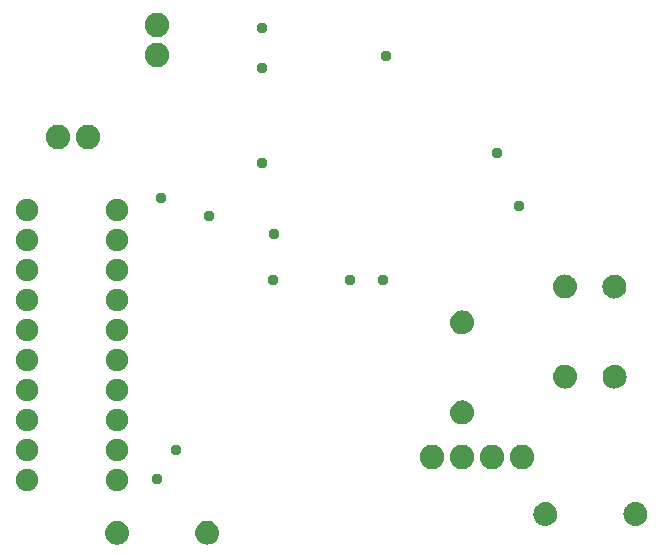
<source format=gbr>
G04 EAGLE Gerber RS-274X export*
G75*
%MOMM*%
%FSLAX34Y34*%
%LPD*%
%INSoldermask Bottom*%
%IPPOS*%
%AMOC8*
5,1,8,0,0,1.08239X$1,22.5*%
G01*
%ADD10C,2.082800*%
%ADD11C,1.908300*%
%ADD12C,0.959600*%

G36*
X623085Y72559D02*
X623085Y72559D01*
X623128Y72571D01*
X623194Y72580D01*
X624811Y73034D01*
X624852Y73053D01*
X624880Y73062D01*
X624890Y73064D01*
X624894Y73066D01*
X624915Y73073D01*
X626429Y73801D01*
X626465Y73827D01*
X626524Y73857D01*
X627889Y74838D01*
X627920Y74870D01*
X627973Y74910D01*
X629147Y76112D01*
X629172Y76149D01*
X629217Y76197D01*
X630164Y77585D01*
X630182Y77626D01*
X630218Y77682D01*
X630910Y79213D01*
X630921Y79256D01*
X630947Y79317D01*
X631362Y80946D01*
X631365Y80990D01*
X631380Y81055D01*
X631506Y82730D01*
X631502Y82777D01*
X631504Y82849D01*
X631299Y84685D01*
X631285Y84731D01*
X631273Y84806D01*
X630713Y86567D01*
X630690Y86609D01*
X630664Y86681D01*
X629771Y88298D01*
X629741Y88336D01*
X629701Y88401D01*
X628510Y89813D01*
X628473Y89844D01*
X628421Y89900D01*
X626977Y91053D01*
X626935Y91076D01*
X626873Y91120D01*
X625232Y91969D01*
X625186Y91984D01*
X625117Y92015D01*
X623342Y92528D01*
X623294Y92533D01*
X623219Y92551D01*
X621379Y92707D01*
X621335Y92703D01*
X621270Y92707D01*
X619439Y92547D01*
X619393Y92534D01*
X619317Y92524D01*
X617553Y92010D01*
X617509Y91989D01*
X617437Y91964D01*
X615807Y91115D01*
X615769Y91086D01*
X615703Y91047D01*
X614270Y89897D01*
X614238Y89861D01*
X614181Y89810D01*
X613000Y88402D01*
X612976Y88361D01*
X612930Y88300D01*
X612720Y87918D01*
X612046Y86688D01*
X612031Y86643D01*
X611997Y86574D01*
X611445Y84821D01*
X611439Y84774D01*
X611419Y84700D01*
X611220Y82873D01*
X611223Y82827D01*
X611217Y82758D01*
X611340Y81082D01*
X611351Y81039D01*
X611357Y80973D01*
X611769Y79343D01*
X611787Y79303D01*
X611805Y79239D01*
X612493Y77706D01*
X612518Y77669D01*
X612547Y77609D01*
X613491Y76219D01*
X613522Y76187D01*
X613560Y76133D01*
X614731Y74927D01*
X614768Y74901D01*
X614815Y74855D01*
X616177Y73871D01*
X616218Y73852D01*
X616272Y73815D01*
X617785Y73082D01*
X617828Y73070D01*
X617839Y73065D01*
X617866Y73052D01*
X617871Y73051D01*
X617888Y73043D01*
X619505Y72585D01*
X619550Y72580D01*
X619614Y72564D01*
X621286Y72393D01*
X621334Y72397D01*
X621413Y72393D01*
X623085Y72559D01*
G37*
G36*
X546809Y72483D02*
X546809Y72483D01*
X546852Y72495D01*
X546918Y72504D01*
X548535Y72958D01*
X548576Y72977D01*
X548604Y72986D01*
X548614Y72988D01*
X548618Y72990D01*
X548639Y72997D01*
X550153Y73725D01*
X550189Y73751D01*
X550248Y73781D01*
X551613Y74762D01*
X551644Y74794D01*
X551697Y74834D01*
X552871Y76036D01*
X552896Y76073D01*
X552941Y76121D01*
X553888Y77509D01*
X553906Y77550D01*
X553942Y77606D01*
X554634Y79137D01*
X554645Y79180D01*
X554671Y79241D01*
X555086Y80870D01*
X555089Y80914D01*
X555104Y80979D01*
X555230Y82654D01*
X555226Y82701D01*
X555228Y82773D01*
X555023Y84609D01*
X555009Y84655D01*
X554997Y84730D01*
X554437Y86491D01*
X554414Y86533D01*
X554388Y86605D01*
X553495Y88222D01*
X553465Y88260D01*
X553425Y88325D01*
X552234Y89737D01*
X552197Y89768D01*
X552145Y89824D01*
X550701Y90977D01*
X550659Y91000D01*
X550597Y91044D01*
X548956Y91893D01*
X548910Y91908D01*
X548841Y91939D01*
X547066Y92452D01*
X547018Y92457D01*
X546943Y92475D01*
X545103Y92631D01*
X545059Y92627D01*
X544994Y92631D01*
X543163Y92471D01*
X543117Y92458D01*
X543041Y92448D01*
X541277Y91934D01*
X541233Y91913D01*
X541161Y91888D01*
X539531Y91039D01*
X539493Y91010D01*
X539427Y90971D01*
X537994Y89821D01*
X537962Y89785D01*
X537905Y89734D01*
X536724Y88326D01*
X536700Y88285D01*
X536654Y88224D01*
X536444Y87842D01*
X535770Y86612D01*
X535755Y86567D01*
X535721Y86498D01*
X535169Y84745D01*
X535163Y84698D01*
X535143Y84624D01*
X534944Y82797D01*
X534947Y82751D01*
X534941Y82682D01*
X535064Y81006D01*
X535075Y80963D01*
X535081Y80897D01*
X535493Y79267D01*
X535511Y79227D01*
X535529Y79163D01*
X536217Y77630D01*
X536242Y77593D01*
X536271Y77533D01*
X537215Y76143D01*
X537246Y76111D01*
X537284Y76057D01*
X538455Y74851D01*
X538492Y74825D01*
X538539Y74779D01*
X539901Y73795D01*
X539942Y73776D01*
X539996Y73739D01*
X541509Y73006D01*
X541552Y72994D01*
X541563Y72989D01*
X541590Y72976D01*
X541595Y72975D01*
X541612Y72967D01*
X543229Y72509D01*
X543274Y72504D01*
X543338Y72488D01*
X545010Y72317D01*
X545058Y72321D01*
X545137Y72317D01*
X546809Y72483D01*
G37*
G36*
X182515Y56647D02*
X182515Y56647D01*
X182580Y56643D01*
X184411Y56803D01*
X184457Y56816D01*
X184533Y56826D01*
X186297Y57340D01*
X186341Y57361D01*
X186413Y57386D01*
X188043Y58235D01*
X188081Y58264D01*
X188147Y58303D01*
X189580Y59453D01*
X189612Y59489D01*
X189669Y59540D01*
X190850Y60948D01*
X190874Y60989D01*
X190920Y61050D01*
X191117Y61408D01*
X191117Y61409D01*
X191804Y62662D01*
X191819Y62707D01*
X191853Y62776D01*
X192405Y64529D01*
X192411Y64576D01*
X192431Y64650D01*
X192631Y66477D01*
X192627Y66523D01*
X192633Y66592D01*
X192510Y68268D01*
X192499Y68311D01*
X192493Y68377D01*
X192082Y70007D01*
X192063Y70047D01*
X192045Y70111D01*
X191357Y71644D01*
X191332Y71681D01*
X191303Y71741D01*
X190359Y73131D01*
X190328Y73163D01*
X190290Y73217D01*
X189119Y74423D01*
X189083Y74449D01*
X189035Y74495D01*
X187673Y75479D01*
X187632Y75498D01*
X187578Y75535D01*
X186065Y76268D01*
X186022Y76280D01*
X185962Y76307D01*
X184345Y76765D01*
X184300Y76770D01*
X184236Y76786D01*
X182564Y76957D01*
X182516Y76953D01*
X182437Y76957D01*
X180765Y76791D01*
X180722Y76779D01*
X180657Y76770D01*
X179039Y76316D01*
X178998Y76297D01*
X178935Y76277D01*
X177421Y75549D01*
X177385Y75523D01*
X177326Y75493D01*
X175961Y74512D01*
X175930Y74480D01*
X175877Y74440D01*
X174703Y73238D01*
X174678Y73201D01*
X174633Y73153D01*
X173686Y71765D01*
X173668Y71724D01*
X173632Y71668D01*
X172940Y70137D01*
X172929Y70094D01*
X172903Y70033D01*
X172488Y68404D01*
X172485Y68360D01*
X172470Y68295D01*
X172344Y66620D01*
X172348Y66573D01*
X172346Y66501D01*
X172551Y64666D01*
X172565Y64619D01*
X172577Y64544D01*
X173137Y62783D01*
X173160Y62741D01*
X173186Y62669D01*
X174079Y61052D01*
X174109Y61014D01*
X174149Y60949D01*
X175340Y59537D01*
X175377Y59506D01*
X175429Y59450D01*
X176873Y58297D01*
X176915Y58275D01*
X176977Y58230D01*
X178618Y57381D01*
X178664Y57367D01*
X178733Y57335D01*
X180508Y56822D01*
X180556Y56817D01*
X180631Y56800D01*
X182471Y56643D01*
X182515Y56647D01*
G37*
G36*
X561851Y265124D02*
X561851Y265124D01*
X561923Y265122D01*
X563759Y265327D01*
X563805Y265341D01*
X563880Y265353D01*
X565641Y265913D01*
X565683Y265936D01*
X565755Y265962D01*
X567372Y266855D01*
X567410Y266885D01*
X567475Y266925D01*
X568887Y268116D01*
X568918Y268153D01*
X568974Y268205D01*
X570127Y269649D01*
X570150Y269691D01*
X570194Y269753D01*
X571043Y271394D01*
X571058Y271440D01*
X571089Y271509D01*
X571602Y273284D01*
X571607Y273332D01*
X571625Y273407D01*
X571781Y275247D01*
X571777Y275291D01*
X571781Y275356D01*
X571621Y277187D01*
X571608Y277233D01*
X571598Y277309D01*
X571084Y279073D01*
X571063Y279117D01*
X571038Y279189D01*
X570189Y280819D01*
X570160Y280857D01*
X570121Y280923D01*
X568971Y282356D01*
X568935Y282388D01*
X568884Y282445D01*
X567476Y283626D01*
X567435Y283650D01*
X567374Y283696D01*
X565762Y284580D01*
X565717Y284595D01*
X565648Y284629D01*
X563895Y285181D01*
X563848Y285187D01*
X563774Y285207D01*
X561947Y285407D01*
X561901Y285403D01*
X561832Y285409D01*
X560156Y285286D01*
X560113Y285275D01*
X560047Y285269D01*
X558417Y284858D01*
X558377Y284839D01*
X558313Y284821D01*
X556780Y284133D01*
X556743Y284108D01*
X556683Y284079D01*
X555293Y283135D01*
X555261Y283104D01*
X555207Y283066D01*
X554001Y281895D01*
X553975Y281859D01*
X553929Y281811D01*
X552945Y280449D01*
X552926Y280408D01*
X552889Y280354D01*
X552156Y278841D01*
X552144Y278798D01*
X552117Y278738D01*
X551659Y277121D01*
X551654Y277076D01*
X551638Y277012D01*
X551467Y275340D01*
X551471Y275292D01*
X551467Y275213D01*
X551633Y273541D01*
X551645Y273498D01*
X551654Y273433D01*
X552108Y271815D01*
X552127Y271774D01*
X552147Y271711D01*
X552875Y270197D01*
X552901Y270161D01*
X552931Y270102D01*
X553912Y268737D01*
X553944Y268706D01*
X553984Y268653D01*
X555186Y267479D01*
X555223Y267454D01*
X555271Y267409D01*
X556659Y266462D01*
X556700Y266444D01*
X556756Y266408D01*
X558287Y265716D01*
X558330Y265705D01*
X558391Y265679D01*
X560020Y265264D01*
X560064Y265261D01*
X560129Y265246D01*
X561804Y265120D01*
X561851Y265124D01*
G37*
G36*
X474851Y234724D02*
X474851Y234724D01*
X474923Y234722D01*
X476759Y234927D01*
X476805Y234941D01*
X476880Y234953D01*
X478641Y235513D01*
X478683Y235536D01*
X478755Y235562D01*
X480372Y236455D01*
X480410Y236485D01*
X480475Y236525D01*
X481887Y237716D01*
X481918Y237753D01*
X481974Y237805D01*
X483127Y239249D01*
X483150Y239291D01*
X483194Y239353D01*
X484043Y240994D01*
X484058Y241040D01*
X484089Y241109D01*
X484602Y242884D01*
X484607Y242932D01*
X484625Y243007D01*
X484781Y244847D01*
X484777Y244891D01*
X484781Y244956D01*
X484621Y246787D01*
X484608Y246833D01*
X484598Y246909D01*
X484084Y248673D01*
X484063Y248717D01*
X484038Y248789D01*
X483189Y250419D01*
X483160Y250457D01*
X483121Y250523D01*
X481971Y251956D01*
X481935Y251988D01*
X481884Y252045D01*
X480476Y253226D01*
X480435Y253250D01*
X480374Y253296D01*
X478762Y254180D01*
X478717Y254195D01*
X478648Y254229D01*
X476895Y254781D01*
X476848Y254787D01*
X476774Y254807D01*
X474947Y255007D01*
X474901Y255003D01*
X474832Y255009D01*
X473156Y254886D01*
X473113Y254875D01*
X473047Y254869D01*
X471417Y254458D01*
X471377Y254439D01*
X471313Y254421D01*
X469780Y253733D01*
X469743Y253708D01*
X469683Y253679D01*
X468293Y252735D01*
X468261Y252704D01*
X468207Y252666D01*
X467001Y251495D01*
X466975Y251459D01*
X466929Y251411D01*
X465945Y250049D01*
X465926Y250008D01*
X465889Y249954D01*
X465156Y248441D01*
X465144Y248398D01*
X465117Y248338D01*
X464659Y246721D01*
X464654Y246676D01*
X464638Y246612D01*
X464467Y244940D01*
X464471Y244892D01*
X464467Y244813D01*
X464633Y243141D01*
X464645Y243098D01*
X464654Y243033D01*
X465108Y241415D01*
X465127Y241374D01*
X465147Y241311D01*
X465875Y239797D01*
X465901Y239761D01*
X465931Y239702D01*
X466912Y238337D01*
X466944Y238306D01*
X466984Y238253D01*
X468186Y237079D01*
X468223Y237054D01*
X468271Y237009D01*
X469659Y236062D01*
X469700Y236044D01*
X469756Y236008D01*
X471287Y235316D01*
X471330Y235305D01*
X471391Y235279D01*
X473020Y234864D01*
X473064Y234861D01*
X473129Y234846D01*
X474804Y234720D01*
X474851Y234724D01*
G37*
G36*
X561927Y188848D02*
X561927Y188848D01*
X561999Y188846D01*
X563835Y189051D01*
X563881Y189065D01*
X563956Y189077D01*
X565717Y189637D01*
X565759Y189660D01*
X565831Y189686D01*
X567448Y190579D01*
X567486Y190609D01*
X567551Y190649D01*
X568963Y191840D01*
X568994Y191877D01*
X569050Y191929D01*
X570203Y193373D01*
X570226Y193415D01*
X570270Y193477D01*
X571119Y195118D01*
X571134Y195164D01*
X571165Y195233D01*
X571678Y197008D01*
X571683Y197056D01*
X571701Y197131D01*
X571857Y198971D01*
X571853Y199015D01*
X571857Y199080D01*
X571697Y200911D01*
X571684Y200957D01*
X571674Y201033D01*
X571160Y202797D01*
X571139Y202841D01*
X571114Y202913D01*
X570265Y204543D01*
X570236Y204581D01*
X570197Y204647D01*
X569047Y206080D01*
X569011Y206112D01*
X568960Y206169D01*
X567552Y207350D01*
X567511Y207374D01*
X567450Y207420D01*
X565838Y208304D01*
X565793Y208319D01*
X565724Y208353D01*
X563971Y208905D01*
X563924Y208911D01*
X563850Y208931D01*
X562023Y209131D01*
X561977Y209127D01*
X561908Y209133D01*
X560232Y209010D01*
X560189Y208999D01*
X560123Y208993D01*
X558493Y208582D01*
X558453Y208563D01*
X558389Y208545D01*
X556856Y207857D01*
X556819Y207832D01*
X556759Y207803D01*
X555369Y206859D01*
X555337Y206828D01*
X555283Y206790D01*
X554077Y205619D01*
X554051Y205583D01*
X554005Y205535D01*
X553021Y204173D01*
X553002Y204132D01*
X552965Y204078D01*
X552232Y202565D01*
X552220Y202522D01*
X552193Y202462D01*
X551735Y200845D01*
X551730Y200800D01*
X551714Y200736D01*
X551543Y199064D01*
X551547Y199016D01*
X551543Y198937D01*
X551709Y197265D01*
X551721Y197222D01*
X551730Y197157D01*
X552184Y195539D01*
X552203Y195498D01*
X552223Y195435D01*
X552951Y193921D01*
X552977Y193885D01*
X553007Y193826D01*
X553988Y192461D01*
X554020Y192430D01*
X554060Y192377D01*
X555262Y191203D01*
X555299Y191178D01*
X555347Y191133D01*
X556735Y190186D01*
X556776Y190168D01*
X556832Y190132D01*
X558363Y189440D01*
X558406Y189429D01*
X558467Y189403D01*
X560096Y188988D01*
X560140Y188985D01*
X560205Y188970D01*
X561880Y188844D01*
X561927Y188848D01*
G37*
G36*
X474927Y158448D02*
X474927Y158448D01*
X474999Y158446D01*
X476835Y158651D01*
X476881Y158665D01*
X476956Y158677D01*
X478717Y159237D01*
X478759Y159260D01*
X478831Y159286D01*
X480448Y160179D01*
X480486Y160209D01*
X480551Y160249D01*
X481963Y161440D01*
X481994Y161477D01*
X482050Y161529D01*
X483203Y162973D01*
X483226Y163015D01*
X483270Y163077D01*
X484119Y164718D01*
X484134Y164764D01*
X484165Y164833D01*
X484678Y166608D01*
X484683Y166656D01*
X484701Y166731D01*
X484857Y168571D01*
X484853Y168615D01*
X484857Y168680D01*
X484697Y170511D01*
X484684Y170557D01*
X484674Y170633D01*
X484160Y172397D01*
X484139Y172441D01*
X484114Y172513D01*
X483265Y174143D01*
X483236Y174181D01*
X483197Y174247D01*
X482047Y175680D01*
X482011Y175712D01*
X481960Y175769D01*
X480552Y176950D01*
X480511Y176974D01*
X480450Y177020D01*
X478838Y177904D01*
X478793Y177919D01*
X478724Y177953D01*
X476971Y178505D01*
X476924Y178511D01*
X476850Y178531D01*
X475023Y178731D01*
X474977Y178727D01*
X474908Y178733D01*
X473232Y178610D01*
X473189Y178599D01*
X473123Y178593D01*
X471493Y178182D01*
X471453Y178163D01*
X471389Y178145D01*
X469856Y177457D01*
X469819Y177432D01*
X469759Y177403D01*
X468369Y176459D01*
X468337Y176428D01*
X468283Y176390D01*
X467077Y175219D01*
X467051Y175183D01*
X467005Y175135D01*
X466021Y173773D01*
X466002Y173732D01*
X465965Y173678D01*
X465232Y172165D01*
X465220Y172122D01*
X465193Y172062D01*
X464735Y170445D01*
X464730Y170400D01*
X464714Y170336D01*
X464543Y168664D01*
X464547Y168616D01*
X464543Y168537D01*
X464709Y166865D01*
X464721Y166822D01*
X464730Y166757D01*
X465184Y165139D01*
X465203Y165098D01*
X465223Y165035D01*
X465951Y163521D01*
X465977Y163485D01*
X466007Y163426D01*
X466988Y162061D01*
X467020Y162030D01*
X467060Y161977D01*
X468262Y160803D01*
X468299Y160778D01*
X468347Y160733D01*
X469735Y159786D01*
X469776Y159768D01*
X469832Y159732D01*
X471363Y159040D01*
X471406Y159029D01*
X471467Y159003D01*
X473096Y158588D01*
X473140Y158585D01*
X473205Y158570D01*
X474880Y158444D01*
X474927Y158448D01*
G37*
G36*
X605068Y265190D02*
X605068Y265190D01*
X605111Y265201D01*
X605177Y265207D01*
X606807Y265619D01*
X606847Y265637D01*
X606911Y265655D01*
X608444Y266343D01*
X608481Y266368D01*
X608541Y266397D01*
X609931Y267341D01*
X609963Y267372D01*
X610017Y267410D01*
X611223Y268581D01*
X611249Y268618D01*
X611295Y268665D01*
X612279Y270027D01*
X612298Y270068D01*
X612335Y270122D01*
X613068Y271635D01*
X613080Y271678D01*
X613107Y271738D01*
X613565Y273355D01*
X613570Y273400D01*
X613586Y273464D01*
X613757Y275136D01*
X613753Y275184D01*
X613757Y275263D01*
X613591Y276935D01*
X613579Y276978D01*
X613570Y277044D01*
X613116Y278661D01*
X613097Y278702D01*
X613077Y278765D01*
X612349Y280279D01*
X612323Y280315D01*
X612293Y280374D01*
X611312Y281739D01*
X611280Y281770D01*
X611240Y281823D01*
X610038Y282997D01*
X610001Y283022D01*
X609953Y283067D01*
X608565Y284014D01*
X608524Y284032D01*
X608468Y284068D01*
X606937Y284760D01*
X606894Y284771D01*
X606833Y284797D01*
X605204Y285212D01*
X605160Y285215D01*
X605095Y285230D01*
X603420Y285356D01*
X603373Y285352D01*
X603301Y285354D01*
X601466Y285149D01*
X601419Y285135D01*
X601344Y285123D01*
X599583Y284563D01*
X599541Y284540D01*
X599469Y284514D01*
X597852Y283621D01*
X597814Y283591D01*
X597749Y283551D01*
X596337Y282360D01*
X596306Y282323D01*
X596250Y282271D01*
X595097Y280827D01*
X595075Y280785D01*
X595030Y280723D01*
X594181Y279082D01*
X594167Y279036D01*
X594135Y278967D01*
X593622Y277192D01*
X593617Y277144D01*
X593600Y277069D01*
X593443Y275229D01*
X593447Y275185D01*
X593443Y275120D01*
X593603Y273289D01*
X593616Y273243D01*
X593624Y273182D01*
X593624Y273180D01*
X593626Y273167D01*
X594140Y271403D01*
X594161Y271359D01*
X594186Y271287D01*
X595035Y269657D01*
X595064Y269619D01*
X595103Y269553D01*
X596253Y268120D01*
X596289Y268088D01*
X596340Y268031D01*
X597748Y266850D01*
X597789Y266826D01*
X597850Y266780D01*
X599462Y265896D01*
X599507Y265881D01*
X599576Y265847D01*
X601329Y265295D01*
X601376Y265289D01*
X601450Y265269D01*
X603277Y265070D01*
X603323Y265073D01*
X603392Y265067D01*
X605068Y265190D01*
G37*
G36*
X605144Y188914D02*
X605144Y188914D01*
X605187Y188925D01*
X605253Y188931D01*
X606883Y189343D01*
X606923Y189361D01*
X606987Y189379D01*
X608520Y190067D01*
X608557Y190092D01*
X608617Y190121D01*
X610007Y191065D01*
X610039Y191096D01*
X610093Y191134D01*
X611299Y192305D01*
X611325Y192342D01*
X611371Y192389D01*
X612355Y193751D01*
X612374Y193792D01*
X612411Y193846D01*
X613144Y195359D01*
X613156Y195402D01*
X613183Y195462D01*
X613641Y197079D01*
X613646Y197124D01*
X613662Y197188D01*
X613833Y198860D01*
X613829Y198908D01*
X613833Y198987D01*
X613667Y200659D01*
X613655Y200702D01*
X613646Y200768D01*
X613192Y202385D01*
X613173Y202426D01*
X613153Y202489D01*
X612425Y204003D01*
X612399Y204039D01*
X612369Y204098D01*
X611388Y205463D01*
X611356Y205494D01*
X611316Y205547D01*
X610114Y206721D01*
X610077Y206746D01*
X610029Y206791D01*
X608641Y207738D01*
X608600Y207756D01*
X608544Y207792D01*
X607013Y208484D01*
X606970Y208495D01*
X606909Y208521D01*
X605280Y208936D01*
X605236Y208939D01*
X605171Y208954D01*
X603496Y209080D01*
X603449Y209076D01*
X603377Y209078D01*
X601542Y208873D01*
X601495Y208859D01*
X601420Y208847D01*
X599659Y208287D01*
X599617Y208264D01*
X599545Y208238D01*
X597928Y207345D01*
X597890Y207315D01*
X597825Y207275D01*
X596413Y206084D01*
X596382Y206047D01*
X596326Y205995D01*
X595173Y204551D01*
X595151Y204509D01*
X595106Y204447D01*
X594257Y202806D01*
X594243Y202760D01*
X594211Y202691D01*
X593698Y200916D01*
X593693Y200868D01*
X593676Y200793D01*
X593519Y198953D01*
X593523Y198909D01*
X593519Y198844D01*
X593679Y197013D01*
X593692Y196967D01*
X593700Y196906D01*
X593700Y196904D01*
X593702Y196891D01*
X594216Y195127D01*
X594237Y195083D01*
X594262Y195011D01*
X595111Y193381D01*
X595140Y193343D01*
X595179Y193277D01*
X596329Y191844D01*
X596365Y191812D01*
X596416Y191755D01*
X597824Y190574D01*
X597865Y190550D01*
X597926Y190504D01*
X599538Y189620D01*
X599583Y189605D01*
X599652Y189571D01*
X601405Y189019D01*
X601452Y189013D01*
X601526Y188993D01*
X603353Y188794D01*
X603399Y188797D01*
X603468Y188791D01*
X605144Y188914D01*
G37*
G36*
X258791Y56723D02*
X258791Y56723D01*
X258856Y56719D01*
X260687Y56879D01*
X260733Y56892D01*
X260809Y56902D01*
X262573Y57416D01*
X262617Y57437D01*
X262689Y57462D01*
X264319Y58311D01*
X264357Y58340D01*
X264423Y58379D01*
X265856Y59529D01*
X265888Y59565D01*
X265945Y59616D01*
X267126Y61024D01*
X267150Y61065D01*
X267196Y61126D01*
X267741Y62119D01*
X268080Y62738D01*
X268095Y62783D01*
X268129Y62852D01*
X268681Y64605D01*
X268687Y64652D01*
X268707Y64726D01*
X268907Y66553D01*
X268903Y66599D01*
X268909Y66668D01*
X268786Y68344D01*
X268775Y68387D01*
X268769Y68453D01*
X268358Y70083D01*
X268339Y70123D01*
X268321Y70187D01*
X267633Y71720D01*
X267608Y71757D01*
X267579Y71817D01*
X266635Y73207D01*
X266604Y73239D01*
X266566Y73293D01*
X265395Y74499D01*
X265359Y74525D01*
X265311Y74571D01*
X263949Y75555D01*
X263908Y75574D01*
X263854Y75611D01*
X262341Y76344D01*
X262298Y76356D01*
X262238Y76383D01*
X260621Y76841D01*
X260576Y76846D01*
X260512Y76862D01*
X258840Y77033D01*
X258792Y77029D01*
X258713Y77033D01*
X257041Y76867D01*
X256998Y76855D01*
X256933Y76846D01*
X255315Y76392D01*
X255274Y76373D01*
X255211Y76353D01*
X253697Y75625D01*
X253661Y75599D01*
X253602Y75569D01*
X252237Y74588D01*
X252206Y74556D01*
X252153Y74516D01*
X250979Y73314D01*
X250954Y73277D01*
X250909Y73229D01*
X249962Y71841D01*
X249944Y71800D01*
X249908Y71744D01*
X249216Y70213D01*
X249205Y70170D01*
X249179Y70109D01*
X248764Y68480D01*
X248761Y68436D01*
X248746Y68371D01*
X248620Y66696D01*
X248624Y66649D01*
X248622Y66577D01*
X248827Y64742D01*
X248841Y64695D01*
X248853Y64620D01*
X249413Y62859D01*
X249436Y62817D01*
X249462Y62745D01*
X250355Y61128D01*
X250385Y61090D01*
X250425Y61025D01*
X251616Y59613D01*
X251653Y59582D01*
X251705Y59526D01*
X253149Y58373D01*
X253191Y58351D01*
X253253Y58306D01*
X254894Y57457D01*
X254940Y57443D01*
X255009Y57411D01*
X256784Y56898D01*
X256832Y56893D01*
X256907Y56876D01*
X258747Y56719D01*
X258791Y56723D01*
G37*
D10*
X525500Y130500D03*
X500100Y130500D03*
X474700Y130500D03*
X449300Y130500D03*
X216600Y471150D03*
X216600Y496550D03*
X157500Y401500D03*
X132100Y401500D03*
D11*
X182500Y111700D03*
X182500Y137100D03*
X182500Y162500D03*
X182500Y187900D03*
X182500Y213300D03*
X182500Y238700D03*
X182500Y264100D03*
X182500Y289500D03*
X182500Y314900D03*
X182500Y340300D03*
X106300Y340300D03*
X106300Y314900D03*
X106300Y289500D03*
X106300Y264100D03*
X106300Y238700D03*
X106300Y213300D03*
X106300Y187900D03*
X106300Y162500D03*
X106300Y137100D03*
X106300Y111700D03*
D12*
X380000Y281000D03*
X408000Y281000D03*
X260000Y335000D03*
X314200Y280800D03*
X410000Y470000D03*
X315000Y320000D03*
X305000Y460000D03*
X305000Y493750D03*
X216000Y112000D03*
X305000Y380000D03*
X232000Y137000D03*
X522500Y343500D03*
X220000Y350000D03*
X504000Y388500D03*
M02*

</source>
